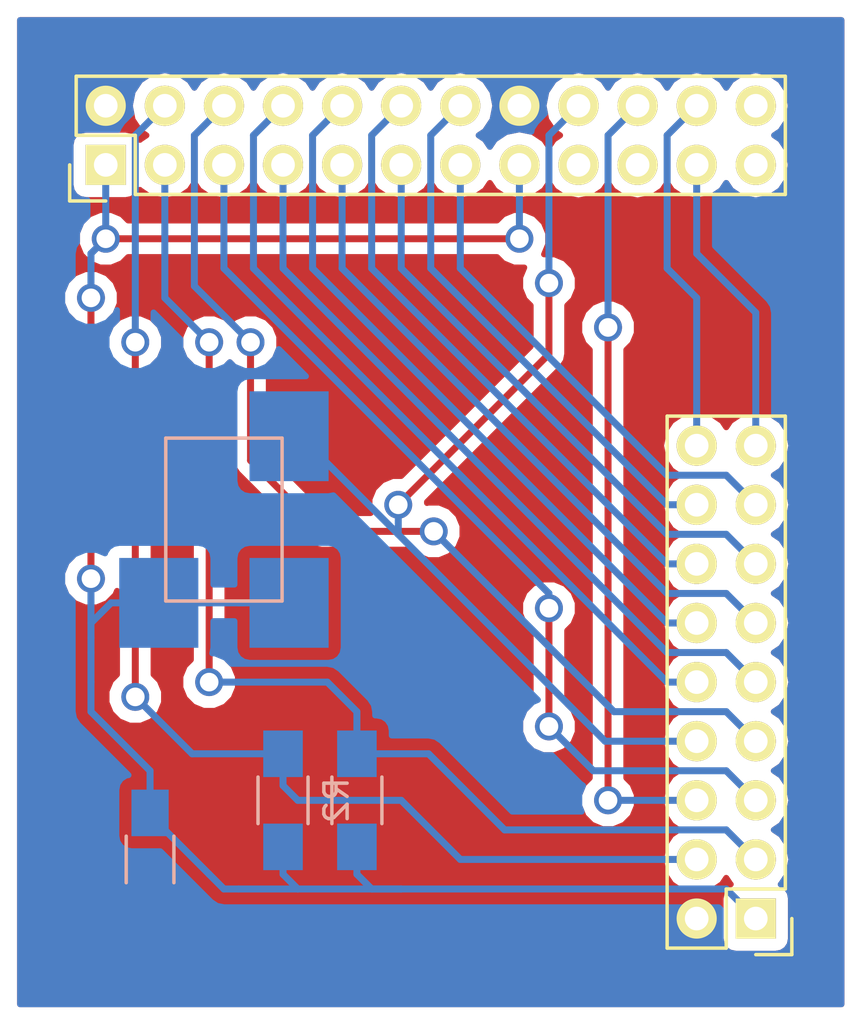
<source format=kicad_pcb>
(kicad_pcb (version 4) (host pcbnew "(2015-03-23 BZR 5533)-product")

  (general
    (links 30)
    (no_connects 0)
    (area 73.631667 74.194999 114.963334 119.74)
    (thickness 1.6)
    (drawings 4)
    (tracks 160)
    (zones 0)
    (modules 6)
    (nets 23)
  )

  (page A4)
  (layers
    (0 F.Cu signal)
    (31 B.Cu signal)
    (32 B.Adhes user)
    (33 F.Adhes user)
    (34 B.Paste user)
    (35 F.Paste user)
    (36 B.SilkS user)
    (37 F.SilkS user)
    (38 B.Mask user)
    (39 F.Mask user)
    (40 Dwgs.User user)
    (41 Cmts.User user)
    (42 Eco1.User user)
    (43 Eco2.User user)
    (44 Edge.Cuts user)
    (45 Margin user)
    (46 B.CrtYd user)
    (47 F.CrtYd user)
    (48 B.Fab user)
    (49 F.Fab user)
  )

  (setup
    (last_trace_width 0.3)
    (trace_clearance 0.2)
    (zone_clearance 0.508)
    (zone_45_only no)
    (trace_min 0.2)
    (segment_width 0.2)
    (edge_width 0.1)
    (via_size 1.2)
    (via_drill 0.8)
    (via_min_size 0.8)
    (via_min_drill 0.7)
    (uvia_size 0.3)
    (uvia_drill 0.1)
    (uvias_allowed no)
    (uvia_min_size 0.2)
    (uvia_min_drill 0.1)
    (pcb_text_width 0.3)
    (pcb_text_size 1.5 1.5)
    (mod_edge_width 0.15)
    (mod_text_size 1 1)
    (mod_text_width 0.15)
    (pad_size 1.5 1.5)
    (pad_drill 0.6)
    (pad_to_mask_clearance 0)
    (aux_axis_origin 0 0)
    (visible_elements FFFFFF7F)
    (pcbplotparams
      (layerselection 0x00130_80000001)
      (usegerberextensions false)
      (excludeedgelayer true)
      (linewidth 0.100000)
      (plotframeref false)
      (viasonmask false)
      (mode 1)
      (useauxorigin false)
      (hpglpennumber 1)
      (hpglpenspeed 20)
      (hpglpendiameter 15)
      (hpglpenoverlay 2)
      (psnegative false)
      (psa4output false)
      (plotreference true)
      (plotvalue true)
      (plotinvisibletext false)
      (padsonsilk false)
      (subtractmaskfromsilk false)
      (outputformat 1)
      (mirror false)
      (drillshape 0)
      (scaleselection 1)
      (outputdirectory Gerbers/))
  )

  (net 0 "")
  (net 1 +3V3)
  (net 2 GND)
  (net 3 /SIOC)
  (net 4 /SIOD)
  (net 5 /VSync)
  (net 6 /PCLK)
  (net 7 /D7)
  (net 8 /D6)
  (net 9 /D5)
  (net 10 /D4)
  (net 11 /D3)
  (net 12 /D2)
  (net 13 /D1)
  (net 14 /D0)
  (net 15 "Net-(P1-Pad17)")
  (net 16 /XCLK)
  (net 17 "Net-(P1-Pad19)")
  (net 18 /Href)
  (net 19 /RESET)
  (net 20 /PWDN)
  (net 21 "Net-(P1-Pad23)")
  (net 22 "Net-(P1-Pad24)")

  (net_class Default "This is the default net class."
    (clearance 0.2)
    (trace_width 0.3)
    (via_dia 1.2)
    (via_drill 0.8)
    (uvia_dia 0.3)
    (uvia_drill 0.1)
    (add_net +3V3)
    (add_net /D0)
    (add_net /D1)
    (add_net /D2)
    (add_net /D3)
    (add_net /D4)
    (add_net /D5)
    (add_net /D6)
    (add_net /D7)
    (add_net /Href)
    (add_net /PCLK)
    (add_net /PWDN)
    (add_net /RESET)
    (add_net /SIOC)
    (add_net /SIOD)
    (add_net /VSync)
    (add_net /XCLK)
    (add_net GND)
    (add_net "Net-(P1-Pad17)")
    (add_net "Net-(P1-Pad19)")
    (add_net "Net-(P1-Pad23)")
    (add_net "Net-(P1-Pad24)")
  )

  (module Capacitors_SMD:C_1206_HandSoldering (layer B.Cu) (tedit 55C9E34A) (tstamp 55C9C638)
    (at 83.82 111.125 270)
    (descr "Capacitor SMD 1206, hand soldering")
    (tags "capacitor 1206")
    (path /55C45D20)
    (attr smd)
    (fp_text reference C1 (at 0 2.3 270) (layer B.SilkS) hide
      (effects (font (size 1 1) (thickness 0.15)) (justify mirror))
    )
    (fp_text value 1uF (at 0 -2.3 270) (layer B.Fab)
      (effects (font (size 1 1) (thickness 0.15)) (justify mirror))
    )
    (fp_line (start -3.3 1.15) (end 3.3 1.15) (layer B.CrtYd) (width 0.05))
    (fp_line (start -3.3 -1.15) (end 3.3 -1.15) (layer B.CrtYd) (width 0.05))
    (fp_line (start -3.3 1.15) (end -3.3 -1.15) (layer B.CrtYd) (width 0.05))
    (fp_line (start 3.3 1.15) (end 3.3 -1.15) (layer B.CrtYd) (width 0.05))
    (fp_line (start 1 1.025) (end -1 1.025) (layer B.SilkS) (width 0.15))
    (fp_line (start -1 -1.025) (end 1 -1.025) (layer B.SilkS) (width 0.15))
    (pad 1 smd rect (at -2 0 270) (size 2 1.6) (layers B.Cu B.Paste B.Mask)
      (net 1 +3V3))
    (pad 2 smd rect (at 2 0 270) (size 2 1.6) (layers B.Cu B.Paste B.Mask)
      (net 2 GND))
    (model Capacitors_SMD.3dshapes/C_1206_HandSoldering.wrl
      (at (xyz 0 0 0))
      (scale (xyz 1 1 1))
      (rotate (xyz 0 0 0))
    )
  )

  (module Pin_Headers:Pin_Header_Straight_2x12 (layer F.Cu) (tedit 55C9E33C) (tstamp 55C9C654)
    (at 81.915 81.28 90)
    (descr "Through hole pin header")
    (tags "pin header")
    (path /5583E006)
    (fp_text reference P1 (at 0 -5.1 90) (layer F.SilkS) hide
      (effects (font (size 1 1) (thickness 0.15)))
    )
    (fp_text value CONN_02X12 (at 0 -3.175 90) (layer F.Fab) hide
      (effects (font (size 1 1) (thickness 0.15)))
    )
    (fp_line (start -1.75 -1.75) (end -1.75 29.7) (layer F.CrtYd) (width 0.05))
    (fp_line (start 4.3 -1.75) (end 4.3 29.7) (layer F.CrtYd) (width 0.05))
    (fp_line (start -1.75 -1.75) (end 4.3 -1.75) (layer F.CrtYd) (width 0.05))
    (fp_line (start -1.75 29.7) (end 4.3 29.7) (layer F.CrtYd) (width 0.05))
    (fp_line (start 3.81 29.21) (end 3.81 -1.27) (layer F.SilkS) (width 0.15))
    (fp_line (start -1.27 1.27) (end -1.27 29.21) (layer F.SilkS) (width 0.15))
    (fp_line (start 3.81 29.21) (end -1.27 29.21) (layer F.SilkS) (width 0.15))
    (fp_line (start 3.81 -1.27) (end 1.27 -1.27) (layer F.SilkS) (width 0.15))
    (fp_line (start 0 -1.55) (end -1.55 -1.55) (layer F.SilkS) (width 0.15))
    (fp_line (start 1.27 -1.27) (end 1.27 1.27) (layer F.SilkS) (width 0.15))
    (fp_line (start 1.27 1.27) (end -1.27 1.27) (layer F.SilkS) (width 0.15))
    (fp_line (start -1.55 -1.55) (end -1.55 0) (layer F.SilkS) (width 0.15))
    (pad 1 thru_hole rect (at 0 0 90) (size 1.7272 1.7272) (drill 1.016) (layers *.Cu *.Mask F.SilkS)
      (net 1 +3V3))
    (pad 2 thru_hole oval (at 2.54 0 90) (size 1.7272 1.7272) (drill 1.016) (layers *.Cu *.Mask F.SilkS)
      (net 2 GND))
    (pad 3 thru_hole oval (at 0 2.54 90) (size 1.7272 1.7272) (drill 1.016) (layers *.Cu *.Mask F.SilkS)
      (net 3 /SIOC))
    (pad 4 thru_hole oval (at 2.54 2.54 90) (size 1.7272 1.7272) (drill 1.016) (layers *.Cu *.Mask F.SilkS)
      (net 4 /SIOD))
    (pad 5 thru_hole oval (at 0 5.08 90) (size 1.7272 1.7272) (drill 1.016) (layers *.Cu *.Mask F.SilkS)
      (net 5 /VSync))
    (pad 6 thru_hole oval (at 2.54 5.08 90) (size 1.7272 1.7272) (drill 1.016) (layers *.Cu *.Mask F.SilkS)
      (net 6 /PCLK))
    (pad 7 thru_hole oval (at 0 7.62 90) (size 1.7272 1.7272) (drill 1.016) (layers *.Cu *.Mask F.SilkS)
      (net 7 /D7))
    (pad 8 thru_hole oval (at 2.54 7.62 90) (size 1.7272 1.7272) (drill 1.016) (layers *.Cu *.Mask F.SilkS)
      (net 8 /D6))
    (pad 9 thru_hole oval (at 0 10.16 90) (size 1.7272 1.7272) (drill 1.016) (layers *.Cu *.Mask F.SilkS)
      (net 9 /D5))
    (pad 10 thru_hole oval (at 2.54 10.16 90) (size 1.7272 1.7272) (drill 1.016) (layers *.Cu *.Mask F.SilkS)
      (net 10 /D4))
    (pad 11 thru_hole oval (at 0 12.7 90) (size 1.7272 1.7272) (drill 1.016) (layers *.Cu *.Mask F.SilkS)
      (net 11 /D3))
    (pad 12 thru_hole oval (at 2.54 12.7 90) (size 1.7272 1.7272) (drill 1.016) (layers *.Cu *.Mask F.SilkS)
      (net 12 /D2))
    (pad 13 thru_hole oval (at 0 15.24 90) (size 1.7272 1.7272) (drill 1.016) (layers *.Cu *.Mask F.SilkS)
      (net 13 /D1))
    (pad 14 thru_hole oval (at 2.54 15.24 90) (size 1.7272 1.7272) (drill 1.016) (layers *.Cu *.Mask F.SilkS)
      (net 14 /D0))
    (pad 15 thru_hole oval (at 0 17.78 90) (size 1.7272 1.7272) (drill 1.016) (layers *.Cu *.Mask F.SilkS)
      (net 1 +3V3))
    (pad 16 thru_hole oval (at 2.54 17.78 90) (size 1.7272 1.7272) (drill 1.016) (layers *.Cu *.Mask F.SilkS)
      (net 2 GND))
    (pad 17 thru_hole oval (at 0 20.32 90) (size 1.7272 1.7272) (drill 1.016) (layers *.Cu *.Mask F.SilkS)
      (net 15 "Net-(P1-Pad17)"))
    (pad 18 thru_hole oval (at 2.54 20.32 90) (size 1.7272 1.7272) (drill 1.016) (layers *.Cu *.Mask F.SilkS)
      (net 16 /XCLK))
    (pad 19 thru_hole oval (at 0 22.86 90) (size 1.7272 1.7272) (drill 1.016) (layers *.Cu *.Mask F.SilkS)
      (net 17 "Net-(P1-Pad19)"))
    (pad 20 thru_hole oval (at 2.54 22.86 90) (size 1.7272 1.7272) (drill 1.016) (layers *.Cu *.Mask F.SilkS)
      (net 18 /Href))
    (pad 21 thru_hole oval (at 0 25.4 90) (size 1.7272 1.7272) (drill 1.016) (layers *.Cu *.Mask F.SilkS)
      (net 19 /RESET))
    (pad 22 thru_hole oval (at 2.54 25.4 90) (size 1.7272 1.7272) (drill 1.016) (layers *.Cu *.Mask F.SilkS)
      (net 20 /PWDN))
    (pad 23 thru_hole oval (at 0 27.94 90) (size 1.7272 1.7272) (drill 1.016) (layers *.Cu *.Mask F.SilkS)
      (net 21 "Net-(P1-Pad23)"))
    (pad 24 thru_hole oval (at 2.54 27.94 90) (size 1.7272 1.7272) (drill 1.016) (layers *.Cu *.Mask F.SilkS)
      (net 22 "Net-(P1-Pad24)"))
    (model Pin_Headers.3dshapes/Pin_Header_Straight_2x12.wrl
      (at (xyz 0.05 -0.55 0))
      (scale (xyz 1 1 1))
      (rotate (xyz 0 0 90))
    )
  )

  (module Pin_Headers:Pin_Header_Straight_2x09 (layer F.Cu) (tedit 55C9E343) (tstamp 55C9C66A)
    (at 109.855 113.665 180)
    (descr "Through hole pin header")
    (tags "pin header")
    (path /5583E070)
    (fp_text reference P2 (at 0 -5.1 180) (layer F.SilkS) hide
      (effects (font (size 1 1) (thickness 0.15)))
    )
    (fp_text value CONN_02X09 (at 0 -3.1 180) (layer F.Fab) hide
      (effects (font (size 1 1) (thickness 0.15)))
    )
    (fp_line (start -1.75 -1.75) (end -1.75 22.1) (layer F.CrtYd) (width 0.05))
    (fp_line (start 4.3 -1.75) (end 4.3 22.1) (layer F.CrtYd) (width 0.05))
    (fp_line (start -1.75 -1.75) (end 4.3 -1.75) (layer F.CrtYd) (width 0.05))
    (fp_line (start -1.75 22.1) (end 4.3 22.1) (layer F.CrtYd) (width 0.05))
    (fp_line (start 3.81 21.59) (end 3.81 -1.27) (layer F.SilkS) (width 0.15))
    (fp_line (start -1.27 1.27) (end -1.27 21.59) (layer F.SilkS) (width 0.15))
    (fp_line (start 3.81 21.59) (end -1.27 21.59) (layer F.SilkS) (width 0.15))
    (fp_line (start 3.81 -1.27) (end 1.27 -1.27) (layer F.SilkS) (width 0.15))
    (fp_line (start 0 -1.55) (end -1.55 -1.55) (layer F.SilkS) (width 0.15))
    (fp_line (start 1.27 -1.27) (end 1.27 1.27) (layer F.SilkS) (width 0.15))
    (fp_line (start 1.27 1.27) (end -1.27 1.27) (layer F.SilkS) (width 0.15))
    (fp_line (start -1.55 -1.55) (end -1.55 0) (layer F.SilkS) (width 0.15))
    (pad 1 thru_hole rect (at 0 0 180) (size 1.7272 1.7272) (drill 1.016) (layers *.Cu *.Mask F.SilkS)
      (net 1 +3V3))
    (pad 2 thru_hole oval (at 2.54 0 180) (size 1.7272 1.7272) (drill 1.016) (layers *.Cu *.Mask F.SilkS)
      (net 2 GND))
    (pad 3 thru_hole oval (at 0 2.54 180) (size 1.7272 1.7272) (drill 1.016) (layers *.Cu *.Mask F.SilkS)
      (net 3 /SIOC))
    (pad 4 thru_hole oval (at 2.54 2.54 180) (size 1.7272 1.7272) (drill 1.016) (layers *.Cu *.Mask F.SilkS)
      (net 4 /SIOD))
    (pad 5 thru_hole oval (at 0 5.08 180) (size 1.7272 1.7272) (drill 1.016) (layers *.Cu *.Mask F.SilkS)
      (net 5 /VSync))
    (pad 6 thru_hole oval (at 2.54 5.08 180) (size 1.7272 1.7272) (drill 1.016) (layers *.Cu *.Mask F.SilkS)
      (net 18 /Href))
    (pad 7 thru_hole oval (at 0 7.62 180) (size 1.7272 1.7272) (drill 1.016) (layers *.Cu *.Mask F.SilkS)
      (net 6 /PCLK))
    (pad 8 thru_hole oval (at 2.54 7.62 180) (size 1.7272 1.7272) (drill 1.016) (layers *.Cu *.Mask F.SilkS)
      (net 16 /XCLK))
    (pad 9 thru_hole oval (at 0 10.16 180) (size 1.7272 1.7272) (drill 1.016) (layers *.Cu *.Mask F.SilkS)
      (net 7 /D7))
    (pad 10 thru_hole oval (at 2.54 10.16 180) (size 1.7272 1.7272) (drill 1.016) (layers *.Cu *.Mask F.SilkS)
      (net 8 /D6))
    (pad 11 thru_hole oval (at 0 12.7 180) (size 1.7272 1.7272) (drill 1.016) (layers *.Cu *.Mask F.SilkS)
      (net 9 /D5))
    (pad 12 thru_hole oval (at 2.54 12.7 180) (size 1.7272 1.7272) (drill 1.016) (layers *.Cu *.Mask F.SilkS)
      (net 10 /D4))
    (pad 13 thru_hole oval (at 0 15.24 180) (size 1.7272 1.7272) (drill 1.016) (layers *.Cu *.Mask F.SilkS)
      (net 11 /D3))
    (pad 14 thru_hole oval (at 2.54 15.24 180) (size 1.7272 1.7272) (drill 1.016) (layers *.Cu *.Mask F.SilkS)
      (net 12 /D2))
    (pad 15 thru_hole oval (at 0 17.78 180) (size 1.7272 1.7272) (drill 1.016) (layers *.Cu *.Mask F.SilkS)
      (net 13 /D1))
    (pad 16 thru_hole oval (at 2.54 17.78 180) (size 1.7272 1.7272) (drill 1.016) (layers *.Cu *.Mask F.SilkS)
      (net 14 /D0))
    (pad 17 thru_hole oval (at 0 20.32 180) (size 1.7272 1.7272) (drill 1.016) (layers *.Cu *.Mask F.SilkS)
      (net 19 /RESET))
    (pad 18 thru_hole oval (at 2.54 20.32 180) (size 1.7272 1.7272) (drill 1.016) (layers *.Cu *.Mask F.SilkS)
      (net 20 /PWDN))
    (model Pin_Headers.3dshapes/Pin_Header_Straight_2x09.wrl
      (at (xyz 0.05 -0.4 0))
      (scale (xyz 1 1 1))
      (rotate (xyz 0 0 90))
    )
  )

  (module Resistors_SMD:R_1206_HandSoldering (layer B.Cu) (tedit 55C9E345) (tstamp 55C9C670)
    (at 92.71 108.585 90)
    (descr "Resistor SMD 1206, hand soldering")
    (tags "resistor 1206")
    (path /55C45043)
    (attr smd)
    (fp_text reference R1 (at 0 2.3 90) (layer B.SilkS) hide
      (effects (font (size 1 1) (thickness 0.15)) (justify mirror))
    )
    (fp_text value 4.7k (at 0 -2.3 90) (layer B.Fab)
      (effects (font (size 1 1) (thickness 0.15)) (justify mirror))
    )
    (fp_line (start -3.3 1.2) (end 3.3 1.2) (layer B.CrtYd) (width 0.05))
    (fp_line (start -3.3 -1.2) (end 3.3 -1.2) (layer B.CrtYd) (width 0.05))
    (fp_line (start -3.3 1.2) (end -3.3 -1.2) (layer B.CrtYd) (width 0.05))
    (fp_line (start 3.3 1.2) (end 3.3 -1.2) (layer B.CrtYd) (width 0.05))
    (fp_line (start 1 -1.075) (end -1 -1.075) (layer B.SilkS) (width 0.15))
    (fp_line (start -1 1.075) (end 1 1.075) (layer B.SilkS) (width 0.15))
    (pad 1 smd rect (at -2 0 90) (size 2 1.7) (layers B.Cu B.Paste B.Mask)
      (net 1 +3V3))
    (pad 2 smd rect (at 2 0 90) (size 2 1.7) (layers B.Cu B.Paste B.Mask)
      (net 3 /SIOC))
    (model Resistors_SMD.3dshapes/R_1206_HandSoldering.wrl
      (at (xyz 0 0 0))
      (scale (xyz 1 1 1))
      (rotate (xyz 0 0 0))
    )
  )

  (module Resistors_SMD:R_1206_HandSoldering (layer B.Cu) (tedit 5418A20D) (tstamp 55C9C676)
    (at 89.535 108.585 90)
    (descr "Resistor SMD 1206, hand soldering")
    (tags "resistor 1206")
    (path /55C450E0)
    (attr smd)
    (fp_text reference R2 (at 0 2.3 90) (layer B.SilkS)
      (effects (font (size 1 1) (thickness 0.15)) (justify mirror))
    )
    (fp_text value 4.7k (at 0 -2.3 90) (layer B.Fab)
      (effects (font (size 1 1) (thickness 0.15)) (justify mirror))
    )
    (fp_line (start -3.3 1.2) (end 3.3 1.2) (layer B.CrtYd) (width 0.05))
    (fp_line (start -3.3 -1.2) (end 3.3 -1.2) (layer B.CrtYd) (width 0.05))
    (fp_line (start -3.3 1.2) (end -3.3 -1.2) (layer B.CrtYd) (width 0.05))
    (fp_line (start 3.3 1.2) (end 3.3 -1.2) (layer B.CrtYd) (width 0.05))
    (fp_line (start 1 -1.075) (end -1 -1.075) (layer B.SilkS) (width 0.15))
    (fp_line (start -1 1.075) (end 1 1.075) (layer B.SilkS) (width 0.15))
    (pad 1 smd rect (at -2 0 90) (size 2 1.7) (layers B.Cu B.Paste B.Mask)
      (net 1 +3V3))
    (pad 2 smd rect (at 2 0 90) (size 2 1.7) (layers B.Cu B.Paste B.Mask)
      (net 4 /SIOD))
    (model Resistors_SMD.3dshapes/R_1206_HandSoldering.wrl
      (at (xyz 0 0 0))
      (scale (xyz 1 1 1))
      (rotate (xyz 0 0 0))
    )
  )

  (module oscillator:oscillator (layer B.Cu) (tedit 55C9E34E) (tstamp 55C9C67E)
    (at 86.995 96.52 90)
    (path /55C47029)
    (fp_text reference U1 (at 0.508 5.08 90) (layer B.SilkS) hide
      (effects (font (size 1 1) (thickness 0.15)) (justify mirror))
    )
    (fp_text value Oscillator (at -0.0508 3.7084 90) (layer B.Fab)
      (effects (font (size 1 1) (thickness 0.15)) (justify mirror))
    )
    (fp_line (start -3.5 2.5) (end 3.5 2.5) (layer B.SilkS) (width 0.15))
    (fp_line (start 3.5 2.5) (end 3.5 -2.5) (layer B.SilkS) (width 0.15))
    (fp_line (start 3.5 -2.5) (end -3.5 -2.5) (layer B.SilkS) (width 0.15))
    (fp_line (start -3.5 -2.5) (end -3.5 2.5) (layer B.SilkS) (width 0.15))
    (pad 1 smd rect (at -3.58 -2.8 90) (size 3.86 3.4) (layers B.Cu B.Paste B.Mask)
      (net 1 +3V3))
    (pad 2 smd rect (at 3.58 -2.8 90) (size 3.86 3.4) (layers B.Cu B.Paste B.Mask)
      (net 2 GND))
    (pad 3 smd rect (at 3.58 2.8 90) (size 3.86 3.4) (layers B.Cu B.Paste B.Mask)
      (net 16 /XCLK))
    (pad 4 smd rect (at -3.58 2.8 90) (size 3.86 3.4) (layers B.Cu B.Paste B.Mask)
      (net 1 +3V3))
  )

  (gr_line (start 77.47 118.11) (end 77.47 74.295) (angle 90) (layer Dwgs.User) (width 0.2))
  (gr_line (start 114.3 118.11) (end 77.47 118.11) (angle 90) (layer Dwgs.User) (width 0.2))
  (gr_line (start 114.3 74.295) (end 114.3 118.11) (angle 90) (layer Dwgs.User) (width 0.2))
  (gr_line (start 77.47 74.295) (end 114.3 74.295) (angle 90) (layer Dwgs.User) (width 0.2))

  (segment (start 83.82 109.22) (end 86.36 111.76) (width 0.3) (layer B.Cu) (net 1))
  (segment (start 87.63 112.395) (end 86.995 112.395) (width 0.3) (layer B.Cu) (net 1))
  (segment (start 87.63 112.395) (end 90.17 112.395) (width 0.3) (layer B.Cu) (net 1) (tstamp 55CD8ED1))
  (segment (start 86.995 112.395) (end 86.36 111.76) (width 0.3) (layer B.Cu) (net 1) (tstamp 55CD8EF2))
  (segment (start 83.82 109.22) (end 83.82 109.125) (width 0.3) (layer B.Cu) (net 1) (tstamp 55CD91C4))
  (segment (start 87.63 100.1) (end 89.795 100.1) (width 0.3) (layer B.Cu) (net 1))
  (segment (start 84.195 100.1) (end 87.63 100.1) (width 0.3) (layer B.Cu) (net 1))
  (segment (start 87.63 100.1) (end 87.86 100.1) (width 0.3) (layer B.Cu) (net 1) (tstamp 55CD8F0E))
  (segment (start 88.265 99.695) (end 89.795 100.1) (width 0.3) (layer B.Cu) (net 1) (tstamp 55CD8F0C))
  (segment (start 82.145 100.1) (end 84.195 100.1) (width 0.3) (layer B.Cu) (net 1) (tstamp 55CD8F07))
  (segment (start 81.28 100.965) (end 82.145 100.1) (width 0.3) (layer B.Cu) (net 1) (tstamp 55CD8F06))
  (segment (start 90.17 112.395) (end 89.535 111.76) (width 0.3) (layer B.Cu) (net 1))
  (segment (start 89.535 111.76) (end 89.535 110.585) (width 0.3) (layer B.Cu) (net 1) (tstamp 55CD8ED3))
  (segment (start 94.615 112.395) (end 93.345 112.395) (width 0.3) (layer B.Cu) (net 1))
  (segment (start 92.71 111.76) (end 92.71 110.585) (width 0.3) (layer B.Cu) (net 1) (tstamp 55CD8ECE))
  (segment (start 93.345 112.395) (end 92.71 111.76) (width 0.3) (layer B.Cu) (net 1) (tstamp 55CD8ECD))
  (segment (start 81.915 84.455) (end 81.915 81.28) (width 0.3) (layer B.Cu) (net 1) (tstamp 55CD8EB2))
  (segment (start 109.855 113.665) (end 108.585 112.395) (width 0.3) (layer B.Cu) (net 1))
  (segment (start 108.585 112.395) (end 94.615 112.395) (width 0.3) (layer B.Cu) (net 1) (tstamp 55CD8E8C))
  (segment (start 94.615 112.395) (end 90.17 112.395) (width 0.3) (layer B.Cu) (net 1) (tstamp 55CD8ECB))
  (segment (start 83.965 100.33) (end 84.195 100.1) (width 0.25) (layer B.Cu) (net 1) (tstamp 55C9DAB3))
  (via (at 99.695 84.455) (size 1.2) (layers F.Cu B.Cu) (net 1))
  (segment (start 81.915 84.455) (end 99.695 84.455) (width 0.3) (layer F.Cu) (net 1) (tstamp 55CD8EB9))
  (segment (start 99.695 84.455) (end 99.695 81.28) (width 0.3) (layer B.Cu) (net 1) (tstamp 55CD8EBF))
  (via (at 81.915 84.455) (size 1.2) (layers F.Cu B.Cu) (net 1))
  (segment (start 81.28 100.965) (end 81.28 99.06) (width 0.3) (layer B.Cu) (net 1))
  (segment (start 81.28 85.09) (end 81.915 84.455) (width 0.3) (layer B.Cu) (net 1) (tstamp 55CD8EB1))
  (segment (start 81.28 86.995) (end 81.28 85.09) (width 0.3) (layer B.Cu) (net 1) (tstamp 55CD9060))
  (segment (start 81.28 99.06) (end 81.28 86.995) (width 0.3) (layer F.Cu) (net 1) (tstamp 55CD905A))
  (via (at 81.28 86.995) (size 1.2) (layers F.Cu B.Cu) (net 1))
  (via (at 81.28 99.06) (size 1.2) (layers F.Cu B.Cu) (net 1))
  (segment (start 83.82 107.315) (end 81.28 104.775) (width 0.3) (layer B.Cu) (net 1) (tstamp 55D1E729))
  (segment (start 81.28 104.775) (end 81.28 103.505) (width 0.3) (layer B.Cu) (net 1) (tstamp 55D1E72A))
  (segment (start 81.28 103.505) (end 81.28 102.235) (width 0.3) (layer B.Cu) (net 1) (tstamp 55CD91B5))
  (segment (start 81.28 101.6) (end 81.28 100.965) (width 0.3) (layer B.Cu) (net 1))
  (segment (start 81.28 102.235) (end 81.28 101.6) (width 0.3) (layer B.Cu) (net 1))
  (segment (start 83.82 109.125) (end 83.82 107.315) (width 0.3) (layer B.Cu) (net 1))
  (segment (start 81.915 78.74) (end 80.645 78.74) (width 0.3) (layer B.Cu) (net 2))
  (segment (start 80.01 80.645) (end 80.01 95.885) (width 0.3) (layer B.Cu) (net 2) (tstamp 55CD8E3B))
  (segment (start 80.01 79.375) (end 80.01 80.645) (width 0.3) (layer B.Cu) (net 2) (tstamp 55CD91DD))
  (segment (start 80.645 78.74) (end 80.01 79.375) (width 0.3) (layer B.Cu) (net 2) (tstamp 55CD91DC))
  (segment (start 81.915 78.74) (end 81.915 77.47) (width 0.3) (layer B.Cu) (net 2))
  (segment (start 99.695 77.47) (end 99.06 76.835) (width 0.3) (layer B.Cu) (net 2) (tstamp 55CD91D1))
  (segment (start 99.06 76.835) (end 97.79 76.835) (width 0.3) (layer B.Cu) (net 2) (tstamp 55CD91D2))
  (segment (start 99.695 77.47) (end 99.695 78.74) (width 0.3) (layer B.Cu) (net 2))
  (segment (start 82.55 76.835) (end 97.79 76.835) (width 0.3) (layer B.Cu) (net 2) (tstamp 55CD91D8))
  (segment (start 81.915 77.47) (end 82.55 76.835) (width 0.3) (layer B.Cu) (net 2) (tstamp 55CD91D7))
  (segment (start 80.01 95.885) (end 80.01 93.98) (width 0.3) (layer B.Cu) (net 2))
  (segment (start 80.01 93.98) (end 81.05 92.94) (width 0.3) (layer B.Cu) (net 2) (tstamp 55CD9065))
  (segment (start 81.05 92.94) (end 84.195 92.94) (width 0.3) (layer B.Cu) (net 2) (tstamp 55CD9067))
  (segment (start 83.82 114.935) (end 83.82 113.125) (width 0.3) (layer B.Cu) (net 2))
  (segment (start 106.045 114.935) (end 83.82 114.935) (width 0.3) (layer B.Cu) (net 2) (tstamp 55CD8E33))
  (segment (start 83.82 114.935) (end 83.185 114.935) (width 0.3) (layer B.Cu) (net 2) (tstamp 55CD8EEE))
  (segment (start 80.01 95.885) (end 80.01 113.03) (width 0.3) (layer B.Cu) (net 2) (tstamp 55CD9063))
  (segment (start 80.01 113.03) (end 81.915 114.935) (width 0.3) (layer B.Cu) (net 2) (tstamp 55CD8E42))
  (segment (start 81.915 114.935) (end 83.185 114.935) (width 0.3) (layer B.Cu) (net 2) (tstamp 55CD8E44))
  (segment (start 106.045 114.935) (end 107.315 113.665) (width 0.3) (layer B.Cu) (net 2))
  (segment (start 109.855 111.125) (end 108.585 109.855) (width 0.3) (layer B.Cu) (net 3))
  (segment (start 95.79 106.585) (end 92.71 106.585) (width 0.3) (layer B.Cu) (net 3) (tstamp 55CD9093))
  (segment (start 99.06 109.855) (end 95.79 106.585) (width 0.3) (layer B.Cu) (net 3) (tstamp 55CD9092))
  (segment (start 108.585 109.855) (end 99.06 109.855) (width 0.3) (layer B.Cu) (net 3) (tstamp 55CD9091))
  (via (at 86.36 88.9) (size 1.2) (layers F.Cu B.Cu) (net 3))
  (segment (start 86.36 88.9) (end 86.36 103.505) (width 0.3) (layer F.Cu) (net 3))
  (segment (start 84.455 86.995) (end 84.455 81.28) (width 0.3) (layer B.Cu) (net 3))
  (segment (start 84.455 86.995) (end 86.36 88.9) (width 0.3) (layer B.Cu) (net 3) (tstamp 55CD8F12))
  (segment (start 92.71 106.585) (end 92.71 104.775) (width 0.3) (layer B.Cu) (net 3) (tstamp 55CD9083))
  (segment (start 91.44 103.505) (end 92.71 104.775) (width 0.3) (layer B.Cu) (net 3) (tstamp 55CD9082))
  (segment (start 86.36 103.505) (end 91.44 103.505) (width 0.3) (layer B.Cu) (net 3) (tstamp 55CD9081))
  (via (at 86.36 103.505) (size 1.2) (layers F.Cu B.Cu) (net 3))
  (segment (start 107.315 111.125) (end 97.155 111.125) (width 0.3) (layer B.Cu) (net 4))
  (segment (start 89.535 107.95) (end 89.535 106.585) (width 0.3) (layer B.Cu) (net 4) (tstamp 55CD908E))
  (segment (start 90.17 108.585) (end 89.535 107.95) (width 0.3) (layer B.Cu) (net 4) (tstamp 55CD908D))
  (segment (start 94.615 108.585) (end 90.17 108.585) (width 0.3) (layer B.Cu) (net 4) (tstamp 55CD908B))
  (segment (start 97.155 111.125) (end 94.615 108.585) (width 0.3) (layer B.Cu) (net 4) (tstamp 55CD9087))
  (via (at 83.185 88.9) (size 1.2) (layers F.Cu B.Cu) (net 4))
  (segment (start 85.63 106.585) (end 89.535 106.585) (width 0.3) (layer B.Cu) (net 4))
  (segment (start 83.185 80.01) (end 83.185 88.9) (width 0.3) (layer B.Cu) (net 4) (tstamp 55CD8F18))
  (segment (start 84.455 78.74) (end 83.185 80.01) (width 0.3) (layer B.Cu) (net 4))
  (segment (start 83.185 104.14) (end 83.185 88.9) (width 0.3) (layer F.Cu) (net 4) (tstamp 55CD9073))
  (segment (start 85.63 106.585) (end 83.185 104.14) (width 0.3) (layer B.Cu) (net 4) (tstamp 55CD906A))
  (via (at 83.185 104.14) (size 1.2) (layers F.Cu B.Cu) (net 4))
  (via (at 100.965 100.33) (size 1.2) (layers F.Cu B.Cu) (net 5))
  (segment (start 95.25 93.98) (end 100.965 99.695) (width 0.3) (layer B.Cu) (net 5))
  (segment (start 95.25 93.98) (end 86.995 85.725) (width 0.3) (layer B.Cu) (net 5) (tstamp 55CD9116))
  (segment (start 86.995 85.725) (end 86.995 81.28) (width 0.3) (layer B.Cu) (net 5))
  (segment (start 100.965 105.41) (end 102.87 107.315) (width 0.3) (layer B.Cu) (net 5) (tstamp 55CD912F))
  (segment (start 100.965 100.33) (end 100.965 105.41) (width 0.3) (layer F.Cu) (net 5) (tstamp 55CD912C))
  (segment (start 100.965 99.695) (end 100.965 100.33) (width 0.3) (layer B.Cu) (net 5) (tstamp 55CD912A))
  (segment (start 108.585 107.315) (end 102.87 107.315) (width 0.3) (layer B.Cu) (net 5))
  (segment (start 109.855 108.585) (end 108.585 107.315) (width 0.3) (layer B.Cu) (net 5) (tstamp 55CD8DFA))
  (via (at 100.965 105.41) (size 1.2) (layers F.Cu B.Cu) (net 5))
  (segment (start 109.855 106.045) (end 108.585 104.775) (width 0.3) (layer B.Cu) (net 6) (status 400000))
  (segment (start 85.725 80.01) (end 86.995 78.74) (width 0.3) (layer B.Cu) (net 6) (tstamp 55D74A21) (status 800000))
  (segment (start 85.725 86.487) (end 85.725 80.01) (width 0.3) (layer B.Cu) (net 6) (tstamp 55D74A1F))
  (segment (start 88.138 88.9) (end 85.725 86.487) (width 0.3) (layer B.Cu) (net 6) (tstamp 55D74A1E))
  (via (at 88.138 88.9) (size 1.2) (layers F.Cu B.Cu) (net 6))
  (segment (start 88.138 93.98) (end 88.138 88.9) (width 0.3) (layer F.Cu) (net 6) (tstamp 55D74A18))
  (segment (start 91.186 97.028) (end 88.138 93.98) (width 0.3) (layer F.Cu) (net 6) (tstamp 55D74A16))
  (segment (start 96.012 97.028) (end 91.186 97.028) (width 0.3) (layer F.Cu) (net 6) (tstamp 55D74A15))
  (via (at 96.012 97.028) (size 1.2) (layers F.Cu B.Cu) (net 6))
  (segment (start 103.759 104.775) (end 96.012 97.028) (width 0.3) (layer B.Cu) (net 6) (tstamp 55D74A0D))
  (segment (start 108.585 104.775) (end 103.759 104.775) (width 0.3) (layer B.Cu) (net 6) (tstamp 55D74A0B))
  (segment (start 89.535 81.28) (end 89.535 85.725) (width 0.3) (layer B.Cu) (net 7))
  (segment (start 108.585 102.235) (end 109.855 103.505) (width 0.3) (layer B.Cu) (net 7) (tstamp 55CD8DE4))
  (segment (start 106.045 102.235) (end 108.585 102.235) (width 0.3) (layer B.Cu) (net 7) (tstamp 55CD8DE2))
  (segment (start 89.535 85.725) (end 106.045 102.235) (width 0.3) (layer B.Cu) (net 7) (tstamp 55CD8DE0))
  (segment (start 107.315 103.505) (end 106.045 103.505) (width 0.3) (layer B.Cu) (net 8))
  (segment (start 88.265 80.01) (end 89.535 78.74) (width 0.3) (layer B.Cu) (net 8) (tstamp 55CD8DEC))
  (segment (start 88.265 85.725) (end 88.265 80.01) (width 0.3) (layer B.Cu) (net 8) (tstamp 55CD8DEA))
  (segment (start 106.045 103.505) (end 88.265 85.725) (width 0.3) (layer B.Cu) (net 8) (tstamp 55CD8DE9))
  (segment (start 92.075 81.28) (end 92.075 85.725) (width 0.3) (layer B.Cu) (net 9))
  (segment (start 108.585 99.695) (end 109.855 100.965) (width 0.3) (layer B.Cu) (net 9) (tstamp 55CD8DD4))
  (segment (start 106.045 99.695) (end 108.585 99.695) (width 0.3) (layer B.Cu) (net 9) (tstamp 55CD8DD2))
  (segment (start 92.075 85.725) (end 106.045 99.695) (width 0.3) (layer B.Cu) (net 9) (tstamp 55CD8DD0))
  (segment (start 107.315 100.965) (end 106.045 100.965) (width 0.3) (layer B.Cu) (net 10))
  (segment (start 90.805 80.01) (end 92.075 78.74) (width 0.3) (layer B.Cu) (net 10) (tstamp 55CD8DDB))
  (segment (start 90.805 85.725) (end 90.805 80.01) (width 0.3) (layer B.Cu) (net 10) (tstamp 55CD8DD9))
  (segment (start 106.045 100.965) (end 90.805 85.725) (width 0.3) (layer B.Cu) (net 10) (tstamp 55CD8DD8))
  (segment (start 94.615 81.28) (end 94.615 85.725) (width 0.3) (layer B.Cu) (net 11))
  (segment (start 108.585 97.155) (end 109.855 98.425) (width 0.3) (layer B.Cu) (net 11) (tstamp 55CD8DC1))
  (segment (start 106.045 97.155) (end 108.585 97.155) (width 0.3) (layer B.Cu) (net 11) (tstamp 55CD8DBF))
  (segment (start 94.615 85.725) (end 106.045 97.155) (width 0.3) (layer B.Cu) (net 11) (tstamp 55CD8DBD))
  (segment (start 107.315 98.425) (end 106.045 98.425) (width 0.3) (layer B.Cu) (net 12))
  (segment (start 93.345 80.01) (end 94.615 78.74) (width 0.3) (layer B.Cu) (net 12) (tstamp 55CD8DCB))
  (segment (start 93.345 85.725) (end 93.345 80.01) (width 0.3) (layer B.Cu) (net 12) (tstamp 55CD8DC9))
  (segment (start 106.045 98.425) (end 93.345 85.725) (width 0.3) (layer B.Cu) (net 12) (tstamp 55CD8DC8))
  (segment (start 97.155 81.28) (end 97.155 85.725) (width 0.3) (layer B.Cu) (net 13))
  (segment (start 108.585 94.615) (end 109.855 95.885) (width 0.3) (layer B.Cu) (net 13) (tstamp 55CD8DAF))
  (segment (start 106.045 94.615) (end 108.585 94.615) (width 0.3) (layer B.Cu) (net 13) (tstamp 55CD8DAD))
  (segment (start 97.155 85.725) (end 106.045 94.615) (width 0.3) (layer B.Cu) (net 13) (tstamp 55CD8DAB))
  (segment (start 107.315 95.885) (end 106.045 95.885) (width 0.3) (layer B.Cu) (net 14))
  (segment (start 95.885 80.01) (end 97.155 78.74) (width 0.3) (layer B.Cu) (net 14) (tstamp 55CD8DB7))
  (segment (start 95.885 85.725) (end 95.885 80.01) (width 0.3) (layer B.Cu) (net 14) (tstamp 55CD8DB5))
  (segment (start 106.045 95.885) (end 95.885 85.725) (width 0.3) (layer B.Cu) (net 14) (tstamp 55CD8DB4))
  (segment (start 107.315 95.885) (end 106.68 95.885) (width 0.25) (layer B.Cu) (net 14))
  (segment (start 94.488 97.155) (end 94.488 95.885) (width 0.3) (layer B.Cu) (net 16))
  (segment (start 100.965 80.01) (end 102.235 78.74) (width 0.3) (layer B.Cu) (net 16) (tstamp 55D74A07) (status 800000))
  (segment (start 100.965 86.36) (end 100.965 80.01) (width 0.3) (layer B.Cu) (net 16) (tstamp 55D74A06))
  (via (at 100.965 86.36) (size 1.2) (layers F.Cu B.Cu) (net 16))
  (segment (start 100.965 89.408) (end 100.965 86.36) (width 0.3) (layer F.Cu) (net 16) (tstamp 55D74A03))
  (segment (start 94.488 95.885) (end 100.965 89.408) (width 0.3) (layer F.Cu) (net 16) (tstamp 55D74A02))
  (via (at 94.488 95.885) (size 1.2) (layers F.Cu B.Cu) (net 16))
  (segment (start 107.315 106.045) (end 103.378 106.045) (width 0.3) (layer B.Cu) (net 16) (status 400000))
  (segment (start 103.378 106.045) (end 94.488 97.155) (width 0.3) (layer B.Cu) (net 16) (tstamp 55D749F1))
  (segment (start 94.488 97.155) (end 90.273 92.94) (width 0.3) (layer B.Cu) (net 16) (tstamp 55D749FE))
  (segment (start 90.273 92.94) (end 89.795 92.94) (width 0.3) (layer B.Cu) (net 16) (tstamp 55D749F4) (status C00000))
  (via (at 103.505 88.265) (size 1.2) (layers F.Cu B.Cu) (net 18))
  (segment (start 103.505 108.585) (end 107.315 108.585) (width 0.3) (layer B.Cu) (net 18))
  (segment (start 103.505 107.315) (end 103.505 88.265) (width 0.3) (layer F.Cu) (net 18) (tstamp 55CD909C))
  (segment (start 103.505 88.265) (end 103.505 80.01) (width 0.3) (layer B.Cu) (net 18) (tstamp 55CD90A4))
  (segment (start 104.775 78.74) (end 103.505 80.01) (width 0.3) (layer B.Cu) (net 18) (tstamp 55CD90A5))
  (segment (start 103.505 108.585) (end 103.505 107.315) (width 0.3) (layer F.Cu) (net 18) (tstamp 55CD910A))
  (via (at 103.505 108.585) (size 1.2) (layers F.Cu B.Cu) (net 18))
  (segment (start 109.855 93.345) (end 109.855 87.63) (width 0.3) (layer B.Cu) (net 19))
  (segment (start 107.315 85.09) (end 107.315 81.28) (width 0.3) (layer B.Cu) (net 19) (tstamp 55CD8D94))
  (segment (start 109.855 87.63) (end 107.315 85.09) (width 0.3) (layer B.Cu) (net 19) (tstamp 55CD8D90))
  (segment (start 107.315 93.345) (end 107.315 86.995) (width 0.3) (layer B.Cu) (net 20))
  (segment (start 106.045 80.01) (end 107.315 78.74) (width 0.3) (layer B.Cu) (net 20) (tstamp 55CD8D9E))
  (segment (start 106.045 85.725) (end 106.045 80.01) (width 0.3) (layer B.Cu) (net 20) (tstamp 55CD8D9C))
  (segment (start 107.315 86.995) (end 106.045 85.725) (width 0.3) (layer B.Cu) (net 20) (tstamp 55CD8D9A))

  (zone (net 2) (net_name GND) (layer B.Cu) (tstamp 55C9EAE4) (hatch edge 0.508)
    (connect_pads yes (clearance 0.508))
    (min_thickness 0.254)
    (fill yes (arc_segments 16) (thermal_gap 0.508) (thermal_bridge_width 0.508))
    (polygon
      (pts
        (xy 113.665 117.475) (xy 78.105 117.475) (xy 78.105 74.93) (xy 113.665 74.93)
      )
    )
    (filled_polygon
      (pts
        (xy 113.538 117.348) (xy 111.382959 117.348) (xy 111.382959 111.125) (xy 111.268885 110.551511) (xy 110.944029 110.06533)
        (xy 110.629248 109.855) (xy 110.944029 109.64467) (xy 111.268885 109.158489) (xy 111.382959 108.585) (xy 111.268885 108.011511)
        (xy 110.944029 107.52533) (xy 110.629248 107.315) (xy 110.944029 107.10467) (xy 111.268885 106.618489) (xy 111.382959 106.045)
        (xy 111.268885 105.471511) (xy 110.944029 104.98533) (xy 110.629248 104.775) (xy 110.944029 104.56467) (xy 111.268885 104.078489)
        (xy 111.382959 103.505) (xy 111.268885 102.931511) (xy 110.944029 102.44533) (xy 110.629248 102.235) (xy 110.944029 102.02467)
        (xy 111.268885 101.538489) (xy 111.382959 100.965) (xy 111.268885 100.391511) (xy 110.944029 99.90533) (xy 110.629248 99.695)
        (xy 110.944029 99.48467) (xy 111.268885 98.998489) (xy 111.382959 98.425) (xy 111.268885 97.851511) (xy 110.944029 97.36533)
        (xy 110.629248 97.155) (xy 110.944029 96.94467) (xy 111.268885 96.458489) (xy 111.382959 95.885) (xy 111.268885 95.311511)
        (xy 110.944029 94.82533) (xy 110.629248 94.615) (xy 110.944029 94.40467) (xy 111.268885 93.918489) (xy 111.382959 93.345)
        (xy 111.268885 92.771511) (xy 110.944029 92.28533) (xy 110.64 92.082184) (xy 110.64 87.63) (xy 110.580245 87.329594)
        (xy 110.580244 87.329593) (xy 110.410079 87.074921) (xy 108.1 84.764842) (xy 108.1 82.552557) (xy 108.37467 82.369029)
        (xy 108.585 82.054248) (xy 108.79533 82.369029) (xy 109.281511 82.693885) (xy 109.855 82.807959) (xy 110.428489 82.693885)
        (xy 110.91467 82.369029) (xy 111.239526 81.882848) (xy 111.3536 81.309359) (xy 111.3536 81.250641) (xy 111.239526 80.677152)
        (xy 110.91467 80.190971) (xy 110.643827 80.01) (xy 110.91467 79.829029) (xy 111.239526 79.342848) (xy 111.3536 78.769359)
        (xy 111.3536 78.710641) (xy 111.239526 78.137152) (xy 110.91467 77.650971) (xy 110.428489 77.326115) (xy 109.855 77.212041)
        (xy 109.281511 77.326115) (xy 108.79533 77.650971) (xy 108.585 77.965751) (xy 108.37467 77.650971) (xy 107.888489 77.326115)
        (xy 107.315 77.212041) (xy 106.741511 77.326115) (xy 106.25533 77.650971) (xy 106.045 77.965751) (xy 105.83467 77.650971)
        (xy 105.348489 77.326115) (xy 104.775 77.212041) (xy 104.201511 77.326115) (xy 103.71533 77.650971) (xy 103.505 77.965751)
        (xy 103.29467 77.650971) (xy 102.808489 77.326115) (xy 102.235 77.212041) (xy 101.661511 77.326115) (xy 101.17533 77.650971)
        (xy 100.850474 78.137152) (xy 100.7364 78.710641) (xy 100.7364 78.769359) (xy 100.795975 79.068866) (xy 100.409921 79.454921)
        (xy 100.239755 79.709593) (xy 100.210899 79.854659) (xy 99.695 79.752041) (xy 99.121511 79.866115) (xy 98.63533 80.190971)
        (xy 98.425 80.505751) (xy 98.21467 80.190971) (xy 97.943827 80.01) (xy 98.21467 79.829029) (xy 98.539526 79.342848)
        (xy 98.6536 78.769359) (xy 98.6536 78.710641) (xy 98.539526 78.137152) (xy 98.21467 77.650971) (xy 97.728489 77.326115)
        (xy 97.155 77.212041) (xy 96.581511 77.326115) (xy 96.09533 77.650971) (xy 95.885 77.965751) (xy 95.67467 77.650971)
        (xy 95.188489 77.326115) (xy 94.615 77.212041) (xy 94.041511 77.326115) (xy 93.55533 77.650971) (xy 93.345 77.965751)
        (xy 93.13467 77.650971) (xy 92.648489 77.326115) (xy 92.075 77.212041) (xy 91.501511 77.326115) (xy 91.01533 77.650971)
        (xy 90.805 77.965751) (xy 90.59467 77.650971) (xy 90.108489 77.326115) (xy 89.535 77.212041) (xy 88.961511 77.326115)
        (xy 88.47533 77.650971) (xy 88.265 77.965751) (xy 88.05467 77.650971) (xy 87.568489 77.326115) (xy 86.995 77.212041)
        (xy 86.421511 77.326115) (xy 85.93533 77.650971) (xy 85.725 77.965751) (xy 85.51467 77.650971) (xy 85.028489 77.326115)
        (xy 84.455 77.212041) (xy 83.881511 77.326115) (xy 83.39533 77.650971) (xy 83.070474 78.137152) (xy 82.9564 78.710641)
        (xy 82.9564 78.769359) (xy 83.015975 79.068866) (xy 82.629921 79.454921) (xy 82.459755 79.709593) (xy 82.447946 79.76896)
        (xy 81.0514 79.76896) (xy 80.809277 79.815937) (xy 80.596473 79.955727) (xy 80.454023 80.16676) (xy 80.40396 80.4164)
        (xy 80.40396 82.1436) (xy 80.450937 82.385723) (xy 80.590727 82.598527) (xy 80.80176 82.740977) (xy 81.0514 82.79104)
        (xy 81.13 82.79104) (xy 81.13 83.4936) (xy 80.868629 83.754515) (xy 80.680215 84.208266) (xy 80.67987 84.602343)
        (xy 80.554755 84.789593) (xy 80.495 85.09) (xy 80.495 86.0336) (xy 80.233629 86.294515) (xy 80.045215 86.748266)
        (xy 80.044786 87.239579) (xy 80.232408 87.693657) (xy 80.579515 88.041371) (xy 81.033266 88.229785) (xy 81.524579 88.230214)
        (xy 81.978657 88.042592) (xy 82.326371 87.695485) (xy 82.4 87.518166) (xy 82.4 87.9386) (xy 82.138629 88.199515)
        (xy 81.950215 88.653266) (xy 81.949786 89.144579) (xy 82.137408 89.598657) (xy 82.484515 89.946371) (xy 82.938266 90.134785)
        (xy 83.429579 90.135214) (xy 83.883657 89.947592) (xy 84.231371 89.600485) (xy 84.419785 89.146734) (xy 84.420214 88.655421)
        (xy 84.232592 88.201343) (xy 83.97 87.938291) (xy 83.97 87.620158) (xy 85.125108 88.775266) (xy 85.124786 89.144579)
        (xy 85.312408 89.598657) (xy 85.659515 89.946371) (xy 86.113266 90.134785) (xy 86.604579 90.135214) (xy 87.058657 89.947592)
        (xy 87.249027 89.757553) (xy 87.437515 89.946371) (xy 87.891266 90.134785) (xy 88.382579 90.135214) (xy 88.836657 89.947592)
        (xy 89.184371 89.600485) (xy 89.353358 89.193516) (xy 90.522402 90.36256) (xy 88.095 90.36256) (xy 87.852877 90.409537)
        (xy 87.640073 90.549327) (xy 87.497623 90.76036) (xy 87.44756 91.01) (xy 87.44756 94.87) (xy 87.494537 95.112123)
        (xy 87.634327 95.324927) (xy 87.84536 95.467377) (xy 88.095 95.51744) (xy 91.495 95.51744) (xy 91.700425 95.477583)
        (xy 93.932921 97.710079) (xy 100.492007 104.269165) (xy 100.266343 104.362408) (xy 99.918629 104.709515) (xy 99.730215 105.163266)
        (xy 99.729786 105.654579) (xy 99.917408 106.108657) (xy 100.264515 106.456371) (xy 100.718266 106.644785) (xy 101.089951 106.645109)
        (xy 102.314921 107.870079) (xy 102.432109 107.948381) (xy 102.270215 108.338266) (xy 102.269786 108.829579) (xy 102.369126 109.07)
        (xy 99.385157 109.07) (xy 96.345079 106.029921) (xy 96.090407 105.859755) (xy 95.79 105.8) (xy 94.20744 105.8)
        (xy 94.20744 105.585) (xy 94.160463 105.342877) (xy 94.020673 105.130073) (xy 93.80964 104.987623) (xy 93.56 104.93756)
        (xy 93.495 104.93756) (xy 93.495 104.775) (xy 93.435245 104.474594) (xy 93.435245 104.474593) (xy 93.265079 104.219921)
        (xy 91.995079 102.949921) (xy 91.740407 102.779755) (xy 91.44 102.72) (xy 87.321399 102.72) (xy 87.060485 102.458629)
        (xy 86.606734 102.270215) (xy 86.494286 102.270116) (xy 86.54244 102.03) (xy 86.54244 100.885) (xy 87.44756 100.885)
        (xy 87.44756 102.03) (xy 87.494537 102.272123) (xy 87.634327 102.484927) (xy 87.84536 102.627377) (xy 88.095 102.67744)
        (xy 91.495 102.67744) (xy 91.737123 102.630463) (xy 91.949927 102.490673) (xy 92.092377 102.27964) (xy 92.14244 102.03)
        (xy 92.14244 98.17) (xy 92.095463 97.927877) (xy 91.955673 97.715073) (xy 91.74464 97.572623) (xy 91.495 97.52256)
        (xy 88.095 97.52256) (xy 87.852877 97.569537) (xy 87.640073 97.709327) (xy 87.497623 97.92036) (xy 87.44756 98.17)
        (xy 87.44756 99.315) (xy 86.54244 99.315) (xy 86.54244 98.17) (xy 86.495463 97.927877) (xy 86.355673 97.715073)
        (xy 86.14464 97.572623) (xy 85.895 97.52256) (xy 82.495 97.52256) (xy 82.252877 97.569537) (xy 82.040073 97.709327)
        (xy 81.897623 97.92036) (xy 81.886726 97.974696) (xy 81.526734 97.825215) (xy 81.035421 97.824786) (xy 80.581343 98.012408)
        (xy 80.233629 98.359515) (xy 80.045215 98.813266) (xy 80.044786 99.304579) (xy 80.232408 99.758657) (xy 80.495 100.021708)
        (xy 80.495 100.965) (xy 80.495 101.6) (xy 80.495 102.235) (xy 80.495 103.505) (xy 80.495 104.775)
        (xy 80.554755 105.075407) (xy 80.724921 105.330079) (xy 82.896385 107.501543) (xy 82.777877 107.524537) (xy 82.565073 107.664327)
        (xy 82.422623 107.87536) (xy 82.37256 108.125) (xy 82.37256 110.125) (xy 82.419537 110.367123) (xy 82.559327 110.579927)
        (xy 82.77036 110.722377) (xy 83.02 110.77244) (xy 84.262282 110.77244) (xy 85.804921 112.315079) (xy 86.439921 112.950079)
        (xy 86.694594 113.120245) (xy 86.995 113.180001) (xy 86.995 113.18) (xy 86.995005 113.18) (xy 87.63 113.18)
        (xy 90.169994 113.18) (xy 90.17 113.180001) (xy 90.17 113.18) (xy 90.170005 113.18) (xy 93.344994 113.18)
        (xy 93.345 113.180001) (xy 93.345 113.18) (xy 93.345005 113.18) (xy 94.615 113.18) (xy 108.259842 113.18)
        (xy 108.34396 113.264118) (xy 108.34396 114.5286) (xy 108.390937 114.770723) (xy 108.530727 114.983527) (xy 108.74176 115.125977)
        (xy 108.9914 115.17604) (xy 110.7186 115.17604) (xy 110.960723 115.129063) (xy 111.173527 114.989273) (xy 111.315977 114.77824)
        (xy 111.36604 114.5286) (xy 111.36604 112.8014) (xy 111.319063 112.559277) (xy 111.179273 112.346473) (xy 110.96824 112.204023)
        (xy 110.92734 112.19582) (xy 110.944029 112.18467) (xy 111.268885 111.698489) (xy 111.382959 111.125) (xy 111.382959 117.348)
        (xy 78.232 117.348) (xy 78.232 75.057) (xy 113.538 75.057) (xy 113.538 117.348)
      )
    )
  )
  (zone (net 2) (net_name GND) (layer F.Cu) (tstamp 55D1E61C) (hatch edge 0.508)
    (connect_pads yes (clearance 0.508))
    (min_thickness 0.254)
    (fill yes (arc_segments 16) (thermal_gap 0.508) (thermal_bridge_width 0.508))
    (polygon
      (pts
        (xy 113.665 117.475) (xy 78.105 117.475) (xy 78.105 74.93) (xy 113.665 74.93)
      )
    )
    (filled_polygon
      (pts
        (xy 113.538 117.348) (xy 111.382959 117.348) (xy 111.382959 111.125) (xy 111.268885 110.551511) (xy 110.944029 110.06533)
        (xy 110.629248 109.855) (xy 110.944029 109.64467) (xy 111.268885 109.158489) (xy 111.382959 108.585) (xy 111.268885 108.011511)
        (xy 110.944029 107.52533) (xy 110.629248 107.315) (xy 110.944029 107.10467) (xy 111.268885 106.618489) (xy 111.382959 106.045)
        (xy 111.268885 105.471511) (xy 110.944029 104.98533) (xy 110.629248 104.775) (xy 110.944029 104.56467) (xy 111.268885 104.078489)
        (xy 111.382959 103.505) (xy 111.268885 102.931511) (xy 110.944029 102.44533) (xy 110.629248 102.235) (xy 110.944029 102.02467)
        (xy 111.268885 101.538489) (xy 111.382959 100.965) (xy 111.268885 100.391511) (xy 110.944029 99.90533) (xy 110.629248 99.695)
        (xy 110.944029 99.48467) (xy 111.268885 98.998489) (xy 111.382959 98.425) (xy 111.268885 97.851511) (xy 110.944029 97.36533)
        (xy 110.629248 97.155) (xy 110.944029 96.94467) (xy 111.268885 96.458489) (xy 111.382959 95.885) (xy 111.268885 95.311511)
        (xy 110.944029 94.82533) (xy 110.629248 94.615) (xy 110.944029 94.40467) (xy 111.268885 93.918489) (xy 111.382959 93.345)
        (xy 111.3536 93.197402) (xy 111.3536 81.309359) (xy 111.3536 81.250641) (xy 111.239526 80.677152) (xy 110.91467 80.190971)
        (xy 110.643827 80.01) (xy 110.91467 79.829029) (xy 111.239526 79.342848) (xy 111.3536 78.769359) (xy 111.3536 78.710641)
        (xy 111.239526 78.137152) (xy 110.91467 77.650971) (xy 110.428489 77.326115) (xy 109.855 77.212041) (xy 109.281511 77.326115)
        (xy 108.79533 77.650971) (xy 108.585 77.965751) (xy 108.37467 77.650971) (xy 107.888489 77.326115) (xy 107.315 77.212041)
        (xy 106.741511 77.326115) (xy 106.25533 77.650971) (xy 106.045 77.965751) (xy 105.83467 77.650971) (xy 105.348489 77.326115)
        (xy 104.775 77.212041) (xy 104.201511 77.326115) (xy 103.71533 77.650971) (xy 103.505 77.965751) (xy 103.29467 77.650971)
        (xy 102.808489 77.326115) (xy 102.235 77.212041) (xy 101.661511 77.326115) (xy 101.17533 77.650971) (xy 100.850474 78.137152)
        (xy 100.7364 78.710641) (xy 100.7364 78.769359) (xy 100.850474 79.342848) (xy 101.17533 79.829029) (xy 101.446172 80.01)
        (xy 101.17533 80.190971) (xy 100.965 80.505751) (xy 100.75467 80.190971) (xy 100.268489 79.866115) (xy 99.695 79.752041)
        (xy 99.121511 79.866115) (xy 98.63533 80.190971) (xy 98.425 80.505751) (xy 98.21467 80.190971) (xy 97.943827 80.01)
        (xy 98.21467 79.829029) (xy 98.539526 79.342848) (xy 98.6536 78.769359) (xy 98.6536 78.710641) (xy 98.539526 78.137152)
        (xy 98.21467 77.650971) (xy 97.728489 77.326115) (xy 97.155 77.212041) (xy 96.581511 77.326115) (xy 96.09533 77.650971)
        (xy 95.885 77.965751) (xy 95.67467 77.650971) (xy 95.188489 77.326115) (xy 94.615 77.212041) (xy 94.041511 77.326115)
        (xy 93.55533 77.650971) (xy 93.345 77.965751) (xy 93.13467 77.650971) (xy 92.648489 77.326115) (xy 92.075 77.212041)
        (xy 91.501511 77.326115) (xy 91.01533 77.650971) (xy 90.805 77.965751) (xy 90.59467 77.650971) (xy 90.108489 77.326115)
        (xy 89.535 77.212041) (xy 88.961511 77.326115) (xy 88.47533 77.650971) (xy 88.265 77.965751) (xy 88.05467 77.650971)
        (xy 87.568489 77.326115) (xy 86.995 77.212041) (xy 86.421511 77.326115) (xy 85.93533 77.650971) (xy 85.725 77.965751)
        (xy 85.51467 77.650971) (xy 85.028489 77.326115) (xy 84.455 77.212041) (xy 83.881511 77.326115) (xy 83.39533 77.650971)
        (xy 83.070474 78.137152) (xy 82.9564 78.710641) (xy 82.9564 78.769359) (xy 83.070474 79.342848) (xy 83.39533 79.829029)
        (xy 83.666172 80.01) (xy 83.39533 80.190971) (xy 83.385233 80.206081) (xy 83.379063 80.174277) (xy 83.239273 79.961473)
        (xy 83.02824 79.819023) (xy 82.7786 79.76896) (xy 81.0514 79.76896) (xy 80.809277 79.815937) (xy 80.596473 79.955727)
        (xy 80.454023 80.16676) (xy 80.40396 80.4164) (xy 80.40396 82.1436) (xy 80.450937 82.385723) (xy 80.590727 82.598527)
        (xy 80.80176 82.740977) (xy 81.0514 82.79104) (xy 82.7786 82.79104) (xy 83.020723 82.744063) (xy 83.233527 82.604273)
        (xy 83.375977 82.39324) (xy 83.384179 82.35234) (xy 83.39533 82.369029) (xy 83.881511 82.693885) (xy 84.455 82.807959)
        (xy 85.028489 82.693885) (xy 85.51467 82.369029) (xy 85.725 82.054248) (xy 85.93533 82.369029) (xy 86.421511 82.693885)
        (xy 86.995 82.807959) (xy 87.568489 82.693885) (xy 88.05467 82.369029) (xy 88.265 82.054248) (xy 88.47533 82.369029)
        (xy 88.961511 82.693885) (xy 89.535 82.807959) (xy 90.108489 82.693885) (xy 90.59467 82.369029) (xy 90.805 82.054248)
        (xy 91.01533 82.369029) (xy 91.501511 82.693885) (xy 92.075 82.807959) (xy 92.648489 82.693885) (xy 93.13467 82.369029)
        (xy 93.345 82.054248) (xy 93.55533 82.369029) (xy 94.041511 82.693885) (xy 94.615 82.807959) (xy 95.188489 82.693885)
        (xy 95.67467 82.369029) (xy 95.885 82.054248) (xy 96.09533 82.369029) (xy 96.581511 82.693885) (xy 97.155 82.807959)
        (xy 97.728489 82.693885) (xy 98.21467 82.369029) (xy 98.425 82.054248) (xy 98.63533 82.369029) (xy 99.121511 82.693885)
        (xy 99.695 82.807959) (xy 100.268489 82.693885) (xy 100.75467 82.369029) (xy 100.965 82.054248) (xy 101.17533 82.369029)
        (xy 101.661511 82.693885) (xy 102.235 82.807959) (xy 102.808489 82.693885) (xy 103.29467 82.369029) (xy 103.505 82.054248)
        (xy 103.71533 82.369029) (xy 104.201511 82.693885) (xy 104.775 82.807959) (xy 105.348489 82.693885) (xy 105.83467 82.369029)
        (xy 106.045 82.054248) (xy 106.25533 82.369029) (xy 106.741511 82.693885) (xy 107.315 82.807959) (xy 107.888489 82.693885)
        (xy 108.37467 82.369029) (xy 108.585 82.054248) (xy 108.79533 82.369029) (xy 109.281511 82.693885) (xy 109.855 82.807959)
        (xy 110.428489 82.693885) (xy 110.91467 82.369029) (xy 111.239526 81.882848) (xy 111.3536 81.309359) (xy 111.3536 93.197402)
        (xy 111.268885 92.771511) (xy 110.944029 92.28533) (xy 110.457848 91.960474) (xy 109.884359 91.8464) (xy 109.825641 91.8464)
        (xy 109.252152 91.960474) (xy 108.765971 92.28533) (xy 108.585 92.556172) (xy 108.404029 92.28533) (xy 107.917848 91.960474)
        (xy 107.344359 91.8464) (xy 107.285641 91.8464) (xy 106.712152 91.960474) (xy 106.225971 92.28533) (xy 105.901115 92.771511)
        (xy 105.787041 93.345) (xy 105.901115 93.918489) (xy 106.225971 94.40467) (xy 106.540751 94.615) (xy 106.225971 94.82533)
        (xy 105.901115 95.311511) (xy 105.787041 95.885) (xy 105.901115 96.458489) (xy 106.225971 96.94467) (xy 106.540751 97.155)
        (xy 106.225971 97.36533) (xy 105.901115 97.851511) (xy 105.787041 98.425) (xy 105.901115 98.998489) (xy 106.225971 99.48467)
        (xy 106.540751 99.695) (xy 106.225971 99.90533) (xy 105.901115 100.391511) (xy 105.787041 100.965) (xy 105.901115 101.538489)
        (xy 106.225971 102.02467) (xy 106.540751 102.235) (xy 106.225971 102.44533) (xy 105.901115 102.931511) (xy 105.787041 103.505)
        (xy 105.901115 104.078489) (xy 106.225971 104.56467) (xy 106.540751 104.775) (xy 106.225971 104.98533) (xy 105.901115 105.471511)
        (xy 105.787041 106.045) (xy 105.901115 106.618489) (xy 106.225971 107.10467) (xy 106.540751 107.315) (xy 106.225971 107.52533)
        (xy 105.901115 108.011511) (xy 105.787041 108.585) (xy 105.901115 109.158489) (xy 106.225971 109.64467) (xy 106.540751 109.855)
        (xy 106.225971 110.06533) (xy 105.901115 110.551511) (xy 105.787041 111.125) (xy 105.901115 111.698489) (xy 106.225971 112.18467)
        (xy 106.712152 112.509526) (xy 107.285641 112.6236) (xy 107.344359 112.6236) (xy 107.917848 112.509526) (xy 108.404029 112.18467)
        (xy 108.585 111.913827) (xy 108.765971 112.18467) (xy 108.781081 112.194766) (xy 108.749277 112.200937) (xy 108.536473 112.340727)
        (xy 108.394023 112.55176) (xy 108.34396 112.8014) (xy 108.34396 114.5286) (xy 108.390937 114.770723) (xy 108.530727 114.983527)
        (xy 108.74176 115.125977) (xy 108.9914 115.17604) (xy 110.7186 115.17604) (xy 110.960723 115.129063) (xy 111.173527 114.989273)
        (xy 111.315977 114.77824) (xy 111.36604 114.5286) (xy 111.36604 112.8014) (xy 111.319063 112.559277) (xy 111.179273 112.346473)
        (xy 110.96824 112.204023) (xy 110.92734 112.19582) (xy 110.944029 112.18467) (xy 111.268885 111.698489) (xy 111.382959 111.125)
        (xy 111.382959 117.348) (xy 104.740214 117.348) (xy 104.740214 108.340421) (xy 104.552592 107.886343) (xy 104.29 107.623291)
        (xy 104.29 107.315) (xy 104.29 89.226399) (xy 104.551371 88.965485) (xy 104.739785 88.511734) (xy 104.740214 88.020421)
        (xy 104.552592 87.566343) (xy 104.205485 87.218629) (xy 103.751734 87.030215) (xy 103.260421 87.029786) (xy 102.806343 87.217408)
        (xy 102.458629 87.564515) (xy 102.270215 88.018266) (xy 102.269786 88.509579) (xy 102.457408 88.963657) (xy 102.72 89.226708)
        (xy 102.72 107.315) (xy 102.72 107.6236) (xy 102.458629 107.884515) (xy 102.270215 108.338266) (xy 102.269786 108.829579)
        (xy 102.457408 109.283657) (xy 102.804515 109.631371) (xy 103.258266 109.819785) (xy 103.749579 109.820214) (xy 104.203657 109.632592)
        (xy 104.551371 109.285485) (xy 104.739785 108.831734) (xy 104.740214 108.340421) (xy 104.740214 117.348) (xy 102.200214 117.348)
        (xy 102.200214 105.165421) (xy 102.012592 104.711343) (xy 101.75 104.448291) (xy 101.75 101.291399) (xy 102.011371 101.030485)
        (xy 102.199785 100.576734) (xy 102.200214 100.085421) (xy 102.200214 86.115421) (xy 102.012592 85.661343) (xy 101.665485 85.313629)
        (xy 101.211734 85.125215) (xy 100.754106 85.124815) (xy 100.929785 84.701734) (xy 100.930214 84.210421) (xy 100.742592 83.756343)
        (xy 100.395485 83.408629) (xy 99.941734 83.220215) (xy 99.450421 83.219786) (xy 98.996343 83.407408) (xy 98.733291 83.67)
        (xy 82.876399 83.67) (xy 82.615485 83.408629) (xy 82.161734 83.220215) (xy 81.670421 83.219786) (xy 81.216343 83.407408)
        (xy 80.868629 83.754515) (xy 80.680215 84.208266) (xy 80.679786 84.699579) (xy 80.867408 85.153657) (xy 81.214515 85.501371)
        (xy 81.668266 85.689785) (xy 82.159579 85.690214) (xy 82.613657 85.502592) (xy 82.876708 85.24) (xy 98.7336 85.24)
        (xy 98.994515 85.501371) (xy 99.448266 85.689785) (xy 99.905893 85.690184) (xy 99.730215 86.113266) (xy 99.729786 86.604579)
        (xy 99.917408 87.058657) (xy 100.18 87.321708) (xy 100.18 89.082842) (xy 94.612733 94.650108) (xy 94.243421 94.649786)
        (xy 93.789343 94.837408) (xy 93.441629 95.184515) (xy 93.253215 95.638266) (xy 93.252786 96.129579) (xy 93.29965 96.243)
        (xy 91.511158 96.243) (xy 88.923 93.654842) (xy 88.923 89.861399) (xy 89.184371 89.600485) (xy 89.372785 89.146734)
        (xy 89.373214 88.655421) (xy 89.185592 88.201343) (xy 88.838485 87.853629) (xy 88.384734 87.665215) (xy 87.893421 87.664786)
        (xy 87.439343 87.852408) (xy 87.248972 88.042446) (xy 87.060485 87.853629) (xy 86.606734 87.665215) (xy 86.115421 87.664786)
        (xy 85.661343 87.852408) (xy 85.313629 88.199515) (xy 85.125215 88.653266) (xy 85.124786 89.144579) (xy 85.312408 89.598657)
        (xy 85.575 89.861708) (xy 85.575 102.5436) (xy 85.313629 102.804515) (xy 85.125215 103.258266) (xy 85.124786 103.749579)
        (xy 85.312408 104.203657) (xy 85.659515 104.551371) (xy 86.113266 104.739785) (xy 86.604579 104.740214) (xy 87.058657 104.552592)
        (xy 87.406371 104.205485) (xy 87.594785 103.751734) (xy 87.595214 103.260421) (xy 87.407592 102.806343) (xy 87.145 102.543291)
        (xy 87.145 89.861399) (xy 87.249027 89.757553) (xy 87.353 89.861708) (xy 87.353 93.98) (xy 87.412755 94.280407)
        (xy 87.582921 94.535079) (xy 90.630921 97.583079) (xy 90.885594 97.753245) (xy 91.186 97.813) (xy 95.0506 97.813)
        (xy 95.311515 98.074371) (xy 95.765266 98.262785) (xy 96.256579 98.263214) (xy 96.710657 98.075592) (xy 97.058371 97.728485)
        (xy 97.246785 97.274734) (xy 97.247214 96.783421) (xy 97.059592 96.329343) (xy 96.712485 95.981629) (xy 96.258734 95.793215)
        (xy 95.767421 95.792786) (xy 95.723064 95.811113) (xy 95.723109 95.760048) (xy 101.520079 89.963079) (xy 101.690245 89.708407)
        (xy 101.690245 89.708406) (xy 101.75 89.408) (xy 101.75 87.321399) (xy 102.011371 87.060485) (xy 102.199785 86.606734)
        (xy 102.200214 86.115421) (xy 102.200214 100.085421) (xy 102.012592 99.631343) (xy 101.665485 99.283629) (xy 101.211734 99.095215)
        (xy 100.720421 99.094786) (xy 100.266343 99.282408) (xy 99.918629 99.629515) (xy 99.730215 100.083266) (xy 99.729786 100.574579)
        (xy 99.917408 101.028657) (xy 100.18 101.291708) (xy 100.18 104.4486) (xy 99.918629 104.709515) (xy 99.730215 105.163266)
        (xy 99.729786 105.654579) (xy 99.917408 106.108657) (xy 100.264515 106.456371) (xy 100.718266 106.644785) (xy 101.209579 106.645214)
        (xy 101.663657 106.457592) (xy 102.011371 106.110485) (xy 102.199785 105.656734) (xy 102.200214 105.165421) (xy 102.200214 117.348)
        (xy 84.420214 117.348) (xy 84.420214 103.895421) (xy 84.232592 103.441343) (xy 83.97 103.178291) (xy 83.97 89.861399)
        (xy 84.231371 89.600485) (xy 84.419785 89.146734) (xy 84.420214 88.655421) (xy 84.232592 88.201343) (xy 83.885485 87.853629)
        (xy 83.431734 87.665215) (xy 82.940421 87.664786) (xy 82.486343 87.852408) (xy 82.138629 88.199515) (xy 82.065 88.376833)
        (xy 82.065 87.956399) (xy 82.326371 87.695485) (xy 82.514785 87.241734) (xy 82.515214 86.750421) (xy 82.327592 86.296343)
        (xy 81.980485 85.948629) (xy 81.526734 85.760215) (xy 81.035421 85.759786) (xy 80.581343 85.947408) (xy 80.233629 86.294515)
        (xy 80.045215 86.748266) (xy 80.044786 87.239579) (xy 80.232408 87.693657) (xy 80.495 87.956708) (xy 80.495 98.0986)
        (xy 80.233629 98.359515) (xy 80.045215 98.813266) (xy 80.044786 99.304579) (xy 80.232408 99.758657) (xy 80.579515 100.106371)
        (xy 81.033266 100.294785) (xy 81.524579 100.295214) (xy 81.978657 100.107592) (xy 82.326371 99.760485) (xy 82.4 99.583166)
        (xy 82.4 103.1786) (xy 82.138629 103.439515) (xy 81.950215 103.893266) (xy 81.949786 104.384579) (xy 82.137408 104.838657)
        (xy 82.484515 105.186371) (xy 82.938266 105.374785) (xy 83.429579 105.375214) (xy 83.883657 105.187592) (xy 84.231371 104.840485)
        (xy 84.419785 104.386734) (xy 84.420214 103.895421) (xy 84.420214 117.348) (xy 78.232 117.348) (xy 78.232 75.057)
        (xy 113.538 75.057) (xy 113.538 117.348)
      )
    )
  )
)

</source>
